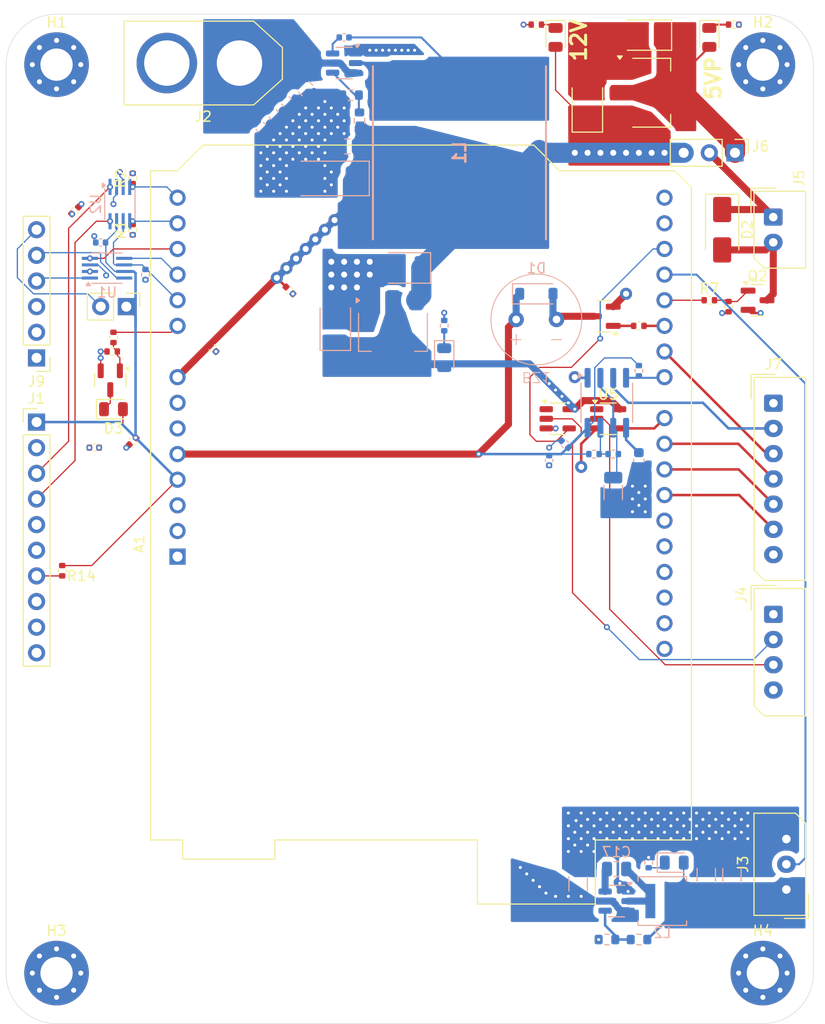
<source format=kicad_pcb>
(kicad_pcb (version 20241229) (generator "pcbnew") (generator_version "9.0")
  (layers (0 "F.Cu" signal) (4 "In1.Cu" signal) (6 "In2.Cu" signal) (2 "B.Cu" signal) (13 "F.Paste" user) (15 "B.Paste" user) (5 "F.SilkS" user "F.Silkscreen") (7 "B.SilkS" user "B.Silkscreen") (1 "F.Mask" user) (3 "B.Mask" user) (25 "Edge.Cuts" user))
  (net 0 "")
  (net 1 "/Fire_Detected_INT1")
  (net 3 "+3.3V")
  (net 4 "GND")
  (net 5 "/Water_Valve_GPO")
  (net 6 "/LED")
  (net 7 "/Piezo_PWM")
  (net 8 "/Servo_PWM")
  (net 11 "+5V")
  (net 13 "/SCL_I2C{slash}IMU_5V")
  (net 14 "/Logic_On")
  (net 16 "+12V")
  (net 17 "/Fire_Detected_INT0")
  (net 18 "/SDA_I2C{slash}IMU_5V")
  (net 19 "/HC-05_TX_5V")
  (net 24 "/HC-05_RX_5V")
  (net 25 "/GPIO_for_ARMAUX1")
  (net 26 "Net-(BZ1--)")
  (net 27 "Net-(U3-SW)")
  (net 29 "Net-(U3-CB)")
  (net 30 "+BATT")
  (net 31 "+5VP")
  (net 32 "Net-(U7-SW)")
  (net 33 "Net-(U7-VBST)")
  (net 34 "+6V")
  (net 35 "Net-(U8-THR)")
  (net 36 "Net-(U8-CV)")
  (net 37 "+5VD")
  (net 38 "Net-(D2-K)")
  (net 39 "Net-(D2-A)")
  (net 40 "Net-(D3-K)")
  (net 41 "Net-(D4-K)")
  (net 42 "Net-(D5-K)")
  (net 43 "Net-(D6-K)")
  (net 44 "Net-(D7-K)")
  (net 47 "Net-(J1-Pin_7)")
  (net 48 "/SDA_I2C{slash}IMU")
  (net 51 "/SCL_I2C{slash}IMU")
  (net 52 "/ESP32_INT1")
  (net 53 "/ESP32_INT0")
  (net 54 "/ARM_AUX1")
  (net 55 "Net-(J8-Pin_2)")
  (net 56 "/HC-05_RX_3.3V")
  (net 58 "/HC-05_TX_3.3V")
  (net 59 "Net-(Q1-B)")
  (net 60 "Net-(Q2-G)")
  (net 61 "Net-(Q3-G)")
  (net 62 "Net-(U3-FB)")
  (net 63 "Net-(U7-VFB)")
  (net 64 "Net-(U8-DIS)")
  (net 67 "/MotorControl_Throttle")
  (net 68 "/MotorControl_Yaw")
  (net 69 "/MotorControl_Pitch")
  (net 70 "/MotorControl_Roll")
  (footprint "Resistor_SMD:R_0402_1005Metric" (layer "F.Cu") (at 40.64 57.025 -90)
    (property "Reference" "R15" (hide yes))
    (property "Value" "1k")
  )
  (footprint "Resistor_SMD:R_0402_1005Metric" (layer "F.Cu") (at 99.695 53.34)
    (property "Reference" "R7")
    (property "Value" "100")
  )
  (footprint "Connector_PinHeader_2.54mm:PinHeader_1x02_P2.54mm_Vertical" (layer "F.Cu") (at 41.915 53.975 -90)
    (property "Reference" "J8" (hide yes))
    (property "Value" "EN")
  )
  (footprint "Resistor_SMD:R_0402_1005Metric" (layer "F.Cu") (at 92.71 55.88 180)
    (property "Reference" "R6" (hide yes))
    (property "Value" "2.2kOhm")
  )
  (footprint "LED_SMD:LED_0805_2012Metric" (layer "F.Cu") (at 99.695 27.305 -90)
    (property "Reference" "D7" (hide yes))
    (property "Value" "5VP_LED")
  )
  (footprint "Module:Arduino_UNO_R3" (layer "F.Cu") (at 46.99 78.74 90)
    (property "Reference" "A1")
    (property "Value" "Arduino_UNO_R3")
  )
  (footprint "Package_TO_SOT_SMD:SOT-23-5" (layer "F.Cu") (at 84.6675 65.085)
    (property "Reference" "U4" (hide yes))
    (property "Value" "74LVC1G17")
  )
  (footprint "Resistor_SMD:R_0402_1005Metric" (layer "F.Cu") (at 42.545 41.275 90)
    (property "Reference" "R2")
    (property "Value" "4.7k")
  )
  (footprint "Capacitor_SMD:C_0402_1005Metric" (layer "F.Cu") (at 36.83 44.45 45)
    (property "Reference" "C8" (hide yes))
    (property "Value" "1uF")
  )
  (footprint "Package_TO_SOT_SMD:SOT-23" (layer "F.Cu") (at 89.2325 54.93 180)
    (property "Reference" "Q1" (hide yes))
    (property "Value" "BC847")
  )
  (footprint "Connector_Molex:Molex_SPOX_5267-07A_1x07_P2.50mm_Vertical" (layer "F.Cu") (at 106.045 63.54 -90)
    (property "Reference" "J7")
    (property "Value" "FC")
  )
  (footprint "Capacitor_Tantalum_SMD:CP_EIA-3528-21_Kemet-B_Pad1.50x2.35mm_HandSolder" (layer "F.Cu") (at 93.32 27.065 180)
    (property "Reference" "C6" (hide yes))
    (property "Value" "10uF")
  )
  (footprint "LED_SMD:LED_0805_2012Metric" (layer "F.Cu") (at 84.455 27.305 -90)
    (property "Reference" "D4" (hide yes))
    (property "Value" "LED")
  )
  (footprint "MountingHole:MountingHole_3.2mm_M3_Pad_Via" (layer "F.Cu") (at 105 120)
    (property "Reference" "H4")
    (property "Value" "MP")
  )
  (footprint "MountingHole:MountingHole_3.2mm_M3_Pad_Via" (layer "F.Cu") (at 35 30)
    (property "Reference" "H1")
    (property "Value" "MP")
  )
  (footprint "Connector_PinHeader_2.54mm:PinHeader_1x10_P2.54mm_Vertical" (layer "F.Cu") (at 33.02 65.41)
    (property "Reference" "J1")
    (property "Value" "MPU9250")
  )
  (footprint "Resistor_SMD:R_0402_1005Metric" (layer "F.Cu") (at 102.11 26.035 180)
    (property "Reference" "R20" (hide yes))
    (property "Value" "560")
  )
  (footprint "Capacitor_Tantalum_SMD:CP_EIA-3528-21_Kemet-B_Pad1.50x2.35mm_HandSolder" (layer "F.Cu") (at 87.605 34.05 90)
    (property "Reference" "C5" (hide yes))
    (property "Value" "10uF")
  )
  (footprint "Resistor_SMD:R_0402_1005Metric" (layer "F.Cu") (at 101.6 53.975 -90)
    (property "Reference" "R8" (hide yes))
    (property "Value" "100k")
  )
  (footprint "Package_TO_SOT_SMD:SOT-223-3_TabPin2" (layer "F.Cu") (at 93.955 32.78)
    (property "Reference" "U6" (hide yes))
    (property "Value" "LM1117MP-5.0")
  )
  (footprint "Connector_Molex:Molex_SPOX_5267-03A_1x03_P2.50mm_Vertical" (layer "F.Cu") (at 107.33 111.72 90)
    (property "Reference" "J3")
    (property "Value" "MG-996R")
  )
  (footprint "Resistor_SMD:R_0402_1005Metric" (layer "F.Cu") (at 40.515 58.42 180)
    (property "Reference" "R16" (hide yes))
    (property "Value" "100k")
  )
  (footprint "Connector_PinHeader_2.54mm:PinHeader_1x03_P2.54mm_Vertical" (layer "F.Cu") (at 102.235 38.735 -90)
    (property "Reference" "J6")
    (property "Value" "Conn_01x03_Pin")
  )
  (footprint "Connector_PinHeader_2.54mm:PinHeader_1x06_P2.54mm_Vertical" (layer "F.Cu") (at 33.02 59.055 180)
    (property "Reference" "J9")
    (property "Value" "HC-05")
  )
  (footprint "Connector_AMASS:AMASS_XT60-M_1x02_P7.20mm_Vertical" (layer "F.Cu") (at 53.13 29.845 180)
    (property "Reference" "J2")
    (property "Value" "BATT/XT60")
  )
  (footprint "Resistor_SMD:R_0402_1005Metric" (layer "F.Cu") (at 82.55 26.035)
    (property "Reference" "R17" (hide yes))
    (property "Value" "820")
  )
  (footprint "LED_SMD:LED_0805_2012Metric" (layer "F.Cu") (at 40.64 64.135)
    (property "Reference" "D3")
    (property "Value" "LED")
  )
  (footprint "Connector_Molex:Molex_SPOX_5267-02A_1x02_P2.50mm_Vertical" (layer "F.Cu") (at 106.03 45.105 -90)
    (property "Reference" "J5")
    (property "Value" "WaterValve")
  )
  (footprint "Package_TO_SOT_SMD:SOT-23" (layer "F.Cu") (at 104.4725 53.34)
    (property "Reference" "Q2")
    (property "Value" "AO3400A")
  )
  (footprint "Capacitor_SMD:C_0402_1005Metric" (layer "F.Cu") (at 42.545 67.31 45)
    (property "Reference" "C9" (hide yes))
    (property "Value" "100nF")
  )
  (footprint "Package_TO_SOT_SMD:SOT-23-5" (layer "F.Cu") (at 89.6675 65.085)
    (property "Reference" "U5")
    (property "Value" "74LVC1G17")
  )
  (footprint "Capacitor_SMD:C_0402_1005Metric" (layer "F.Cu") (at 38.735 67.945)
    (property "Reference" "C7" (hide yes))
    (property "Value" "100nF")
  )
  (footprint "MountingHole:MountingHole_3.2mm_M3_Pad_Via" (layer "F.Cu") (at 105 30)
    (property "Reference" "H2")
    (property "Value" "MP")
  )
  (footprint "Resistor_SMD:R_0402_1005Metric" (layer "F.Cu") (at 35.56 80.135 90)
    (property "Reference" "R14")
    (property "Value" "47k")
  )
  (footprint "Capacitor_SMD:C_0402_1005Metric" (layer "F.Cu") (at 50.460589 58.080589 135)
    (property "Reference" "C12" (hide yes))
    (property "Value" "100nF")
  )
  (footprint "Resistor_SMD:R_0402_1005Metric" (layer "F.Cu") (at 42.545 46.355 90)
    (property "Reference" "R1")
    (property "Value" "4.7k")
  )
  (footprint "Capacitor_SMD:C_0402_1005Metric" (layer "F.Cu") (at 58.080589 52.365589 135)
    (property "Reference" "C11" (hide yes))
    (property "Value" "1uF")
  )
  (footprint "Package_TO_SOT_SMD:SOT-23" (layer "F.Cu") (at 40.325 61.2625 -90)
    (property "Reference" "Q3" (hide yes))
    (property "Value" "2N7002")
  )
  (footprint "Diode_SMD:D_SMA" (layer "F.Cu") (at 100.965 46.355 -90)
    (property "Reference" "D2")
    (property "Value" "SS14")
  )
  (footprint "MountingHole:MountingHole_3.2mm_M3_Pad_Via" (layer "F.Cu") (at 35 120)
    (property "Reference" "H3")
    (property "Value" "MP")
  )
  (footprint "Connector_Molex:Molex_SPOX_5267-04A_1x04_P2.50mm_Vertical" (layer "F.Cu") (at 106.045 84.455 -90)
    (property "Reference" "J4")
    (property "Value" "ESP32")
  )
  (footprint "Inductor_SMD:L_Coilcraft_XAL4030-XXX" (layer "B.Cu") (at 95.0325 112.86375)
    (property "Reference" "L2")
    (property "Value" "XAL4030-332MEB")
  )
  (footprint "Resistor_SMD:R_0603_1608Metric" (layer "B.Cu") (at 89.55 116.67375 180)
    (property "Reference" "R10" (hide yes))
    (property "Value" "10k")
  )
  (footprint "Capacitor_SMD:C_1206_3216Metric" (layer "B.Cu") (at 99.3925 110.32375 90)
    (property "Reference" "C18" (hide yes))
    (property "Value" "22uF")
  )
  (footprint "Diode_SMD:D_SOD-123" (layer "B.Cu") (at 82.55 52.705)
    (property "Reference" "D1")
    (property "Value" "1N4148W")
  )
  (footprint "Capacitor_SMD:C_0805_2012Metric" (layer "B.Cu") (at 59.69 32.385 -45)
    (property "Reference" "C3" (hide yes))
    (property "Value" "100nF")
  )
  (footprint "Capacitor_SMD:C_0603_1608Metric" (layer "B.Cu") (at 92.71 69.215 -90)
    (property "Reference" "C21" (hide yes))
    (property "Value" "10nF")
  )
  (footprint "Capacitor_SMD:C_1206_3216Metric" (layer "B.Cu") (at 90.17 72.39 -90)
    (property "Reference" "C20" (hide yes))
    (property "Value" "100nF")
  )
  (footprint "Package_SO:SSOP-8_2.95x2.8mm_P0.65mm" (layer "B.Cu") (at 41.275 43.815 -90)
    (property "Reference" "U2")
    (property "Value" "TXS0102DCT")
  )
  (footprint "Capacitor_SMD:C_1206_3216Metric" (layer "B.Cu") (at 86.6925 111.16375 90)
    (property "Reference" "C16" (hide yes))
    (property "Value" "10uF")
  )
  (footprint "Resistor_SMD:R_0603_1608Metric" (layer "B.Cu") (at 65.024 35.56 -90)
    (property "Reference" "R4" (hide yes))
    (property "Value" "422kOhm")
  )
  (footprint "NuBiHo_Lib:[GEC] G09B-5" (layer "B.Cu") (at 82.55 55.245)
    (property "Reference" "BZ1")
    (property "Value" "G09B-5")
  )
  (footprint "NuBiHo_Lib:INDPM172172X700N" (layer "B.Cu") (at 74.93 38.735 -90)
    (property "Reference" "L1")
    (property "Value" "22uH" (hide yes))
  )
  (footprint "Capacitor_SMD:C_0603_1608Metric" (layer "B.Cu") (at 55.245 36.195 -45)
    (property "Reference" "C2" (hide yes))
    (property "Value" "1uF")
  )
  (footprint "Capacitor_Tantalum_SMD:CP_EIA-3528-21_Kemet-B" (layer "B.Cu") (at 69.61 50.14 180)
    (property "Reference" "C24" (hide yes))
    (property "Value" "10uF")
  )
  (footprint "Resistor_SMD:R_0402_1005Metric" (layer "B.Cu") (at 93.6775 109.05375 -90)
    (property "Reference" "R18" (hide yes))
    (property "Value" "560")
  )
  (footprint "Resistor_SMD:R_0603_1608Metric" (layer "B.Cu") (at 64.135 33.02)
    (property "Reference" "R5" (hide yes))
    (property "Value" "22.1kOhm")
  )
  (footprint "Capacitor_SMD:C_0402_1005Metric" (layer "B.Cu") (at 63.5 27.305)
    (property "Reference" "C1" (hide yes))
    (property "Value" "100nF")
  )
  (footprint "Resistor_SMD:R_0402_1005Metric" (layer "B.Cu") (at 43.815 50.8 90)
    (property "Reference" "R3" (hide yes))
    (property "Value" "47k")
  )
  (footprint "Capacitor_SMD:C_0603_1608Metric" (layer "B.Cu") (at 57.785 33.655 -45)
    (property "Reference" "C14" (hide yes))
    (property "Value" "1uF")
  )
  (footprint "Package_SO:SOIC-8_3.9x4.9mm_P1.27mm" (layer "B.Cu") (at 89.535 63.5 -90)
    (property "Reference" "U8" (hide yes))
    (property "Value" "SE555D")
  )
  (footprint "Capacitor_SMD:C_0805_2012Metric" (layer "B.Cu") (at 63.815 38.1 180)
    (property "Reference" "C4" (hide yes))
    (property "Value" "2.2uF")
  )
  (footprint "Capacitor_Tantalum_SMD:CP_EIA-3528-21_Kemet-B" (layer "B.Cu") (at 62.625 55.855 90)
    (property "Reference" "C25" (hide yes))
    (property "Value" "10uF")
  )
  (footprint "Resistor_SMD:R_0402_1005Metric" (layer "B.Cu") (at 88.265 68.58 180)
    (property "Reference" "R11" (hide yes))
    (property "Value" "1k")
  )
  (footprint "Capacitor_Tantalum_SMD:CP_EIA-6032-28_Kemet-C" (layer "B.Cu") (at 62.23 41.275 180)
    (property "Reference" "C15" (hide yes))
    (property "Value" "10uF")
  )
  (footprint "Capacitor_SMD:C_0603_1608Metric" (layer "B.Cu") (at 56.515 34.925 -45)
    (property "Reference" "C13" (hide yes))
    (property "Value" "1uF")
  )
  (footprint "Capacitor_SMD:C_0402_1005Metric" (layer "B.Cu") (at 83.82 69.215 -90)
    (property "Reference" "C22" (hide yes))
    (property "Value" "10uF")
  )
  (footprint "Capacitor_SMD:C_0805_2012Metric" (layer "B.Cu") (at 90.5025 109.68875 180)
    (property "Reference" "C17")
    (property "Value" "100nF")
  )
  (footprint "Resistor_SMD:R_0402_1005Metric" (layer "B.Cu") (at 73.42 55.855 -90)
    (property "Reference" "R19" (hide yes))
    (property "Value" "560")
  )
  (footprint "Package_TO_SOT_SMD:SOT-223-3_TabPin2" (layer "B.Cu") (at 68.34 56.49 -90)
    (property "Reference" "U9" (hide yes))
    (property "Value" "LM1117MP-5.0")
  )
  (footprint "Resistor_SMD:R_0402_1005Metric" (layer "B.Cu") (at 92.71 60.325 -90)
    (property "Reference" "R13" (hide yes))
    (property "Value" "47k")
  )
  (footprint "LED_SMD:LED_0805_2012Metric" (layer "B.Cu") (at 96.2175 109.05375)
    (property "Reference" "D5" (hide yes))
    (property "Value" "LED")
  )
  (footprint "Package_TO_SOT_SMD:SOT-23-6" (layer "B.Cu") (at 90.5025 112.86375 180)
    (property "Reference" "U7" (hide yes))
    (property "Value" "TPS563200DDCR")
  )
  (footprint "Capacitor_SMD:C_1206_3216Metric" (layer "B.Cu") (at 101.9325 110.32375 90)
    (property "Reference" "C19" (hide yes))
    (property "Value" "22uF")
  )
  (footprint "Capacitor_SMD:C_0402_1005Metric" (layer "B.Cu") (at 39.37 47.625)
    (property "Reference" "C10" (hide yes))
    (property "Value" "1uF")
  )
  (footprint "Capacitor_SMD:C_0402_1005Metric" (layer "B.Cu") (at 85.385589 67.605589 135)
    (property "Reference" "C23" (hide yes))
    (property "Value" "100nF")
  )
  (footprint "LED_SMD:LED_0805_2012Metric" (layer "B.Cu") (at 73.42 59.03 -90)
    (property "Reference" "D6" (hide yes))
    (property "Value" "5VD_LED")
  )
  (footprint "Resistor_SMD:R_0603_1608Metric" (layer "B.Cu") (at 92.725 116.67375 180)
    (property "Reference" "R9" (hide yes))
    (property "Value" "68.1k")
  )
  (footprint "Resistor_SMD:R_0402_1005Metric" (layer "B.Cu") (at 90.17 68.58 180)
    (property "Reference" "R12" (hide yes))
    (property "Value" "4.3k")
  )
  (footprint "Package_SO:SSOP-8_2.95x2.8mm_P0.65mm" (layer "B.Cu") (at 40.005 50.165)
    (property "Reference" "U1")
    (property "Value" "TXS0102DCT")
  )
  (footprint "Package_TO_SOT_SMD:SOT-23-6" (layer "B.Cu") (at 63.5 29.845 180)
    (property "Reference" "U3" (hide yes))
    (property "Value" "LMR51430XDDCR")
  )
  (gr_arc (start 110 120) (mid 108.535534 123.535534) (end 105 125) (stroke (width 0.05)) (layer "Edge.Cuts"))
  (gr_line (start 35 25) (end 105 25) (stroke (width 0.05)) (layer "Edge.Cuts"))
  (gr_arc (start 35 125) (mid 31.464466 123.535534) (end 30 120) (stroke (width 0.05)) (layer "Edge.Cuts"))
  (gr_arc (start 30 30) (mid 31.464466 26.464466) (end 35 25) (stroke (width 0.05)) (layer "Edge.Cuts"))
  (gr_arc (start 105 25) (mid 108.535534 26.464466) (end 110 30) (stroke (width 0.05)) (layer "Edge.Cuts"))
  (gr_line (start 35 125) (end 105 125) (stroke (width 0.05)) (layer "Edge.Cuts"))
  (gr_line (start 110 30) (end 110 120) (stroke (width 0.05)) (layer "Edge.Cuts"))
  (gr_line (start 30 30) (end 30 120) (stroke (width 0.05)) (layer "Edge.Cuts"))
  (gr_text "5VP" (at 100.965 33.655 90) (layer "F.SilkS") (effects (font (size 1.5 1.5) (thickness 0.3) (bold yes)) (justify left bottom)))
  (gr_text "12V" (at 87.63 29.845 90) (layer "F.SilkS") (effects (font (size 1.5 1.5) (thickness 0.3) (bold yes)) (justify left bottom)))
  (segment (start 90.805 66.035) (end 94.235 66.035) (width 0.25) (layer "F.Cu") (net 1))
  (segment (start 94.235 66.035) (end 95.25 65.02) (width 0.25) (layer "F.Cu") (net 1))
  (segment (start 35.56 79.625) (end 38.485 79.625) (width 0.125) (layer "F.Cu") (net 3))
  (segment (start 38.485 79.625) (end 46.99 71.12) (width 0.125) (layer "F.Cu") (net 3))
  (segment (start 41.5775 65.7075) (end 42.83 66.96) (width 0.125) (layer "F.Cu") (net 3))
  (segment (start 41.5775 64.135) (end 41.5775 65.7075) (width 0.125) (layer "F.Cu") (net 3))
  (via (at 42.83 66.96) (size 0.6) (drill 0.3) (layers "F.Cu" "B.Cu") (net 3))
  (segment (start 39.8875 49.5975) (end 39.8875 47.625) (width 0.125) (layer "B.Cu") (net 3))
  (segment (start 40.78 50.49) (end 39.8875 49.5975) (width 0.125) (layer "B.Cu") (net 3))
  (segment (start 41.28 65.41) (end 33.02 65.41) (width 0.25) (layer "B.Cu") (net 3))
  (segment (start 42.83 55.88) (end 42.83 66.96) (width 0.25) (layer "B.Cu") (net 3))
  (segment (start 41.705 50.49) (end 40.78 50.49) (width 0.125) (layer "B.Cu") (net 3))
  (segment (start 42.655 50.49) (end 42.83 50.665) (width 0.25) (layer "B.Cu") (net 3))
  (segment (start 40.95 46.44) (end 40.95 45.515) (width 0.125) (layer "B.Cu") (net 3))
  (segment (start 41.915 53.975) (end 42.83 54.89) (width 0.25) (layer "B.Cu") (net 3))
  (segment (start 42.83 66.96) (end 41.28 65.41) (width 0.25) (layer "B.Cu") (net 3))
  (segment (start 42.83 50.665) (end 42.83 53.06) (width 0.25) (layer "B.Cu") (net 3))
  (segment (start 42.83 53.06) (end 42.83 55.88) (width 0.25) (layer "B.Cu") (net 3))
  (segment (start 39.8875 47.625) (end 39.8875 47.5025) (width 0.125) (layer "B.Cu") (net 3))
  (segment (start 42.83 54.89) (end 42.83 55.88) (width 0.25) (layer "B.Cu") (net 3))
  (segment (start 39.8875 47.5025) (end 40.95 46.44) (width 0.125) (layer "B.Cu") (net 3))
  (segment (start 41.705 50.49) (end 42.655 50.49) (width 0.25) (layer "B.Cu") (net 3))
  (segment (start 42.83 66.96) (end 46.99 71.12) (width 0.25) (layer "B.Cu") (net 3))
  (segment (start 83.53 66.035) (end 84.45 66.035) (width 0.125) (layer "F.Cu") (net 4))
  (segment (start 101.475 54.61) (end 101.6 54.485) (width 0.25) (layer "F.Cu") (net 4))
  (segment (start 90.17 53.975) (end 91.44 52.705) (width 0.7) (layer "F.Cu") (net 4))
  (segment (start 86.995 67.57) (end 88.53 66.035) (width 0.25) (layer "F.Cu") (net 4))
  (segment (start 90.17 53.98) (end 90.17 53.975) (width 0.7) (layer "F.Cu") (net 4))
  (segment (start 103.855 54.61) (end 103.535 54.29) (width 0.25) (layer "F.Cu") (net 4))
  (segment (start 86.995 69.85) (end 86.995 67.57) (width 0.25) (layer "F.Cu") (net 4))
  (segment (start 84.45 66.035) (end 84.455 66.04) (width 0.125) (layer "F.Cu") (net 4))
  (segment (start 104.775 54.61) (end 103.855 54.61) (width 0.25) (layer "F.Cu") (net 4))
  (segment (start 39.375 60.325) (end 39.375 59.055) (width 0.125) (layer "F.Cu") (net 4))
  (segment (start 40.005 58.42) (end 39.37 58.42) (width 0.125) (layer "F.Cu") (net 4))
  (segment (start 39.375 59.055) (end 39.375 58.425) (width 0.125) (layer "F.Cu") (net 4))
  (segment (start 39.375 58.425) (end 39.37 58.42) (width 0.125) (layer "F.Cu") (net 4))
  (segment (start 100.965 54.61) (end 101.475 54.61) (width 0.25) (layer "F.Cu") (net 4))
  (segment (start 82.04 26.035) (end 81.28 26.035) (width 0.125) (layer "F.Cu") (net 4))
  (via (at 67.31 28.575) (size 0.6) (drill 0.3) (layers "F.Cu" "B.Cu") (net 4))
  (via (at 63.5 36.83) (size 0.6) (drill 0.3) (layers "F.Cu" "B.Cu") (net 4))
  (via (at 58.42 39.37) (size 0.6) (drill 0.3) (layers "F.Cu" "B.Cu") (net 4))
  (via (at 89.535 105.41) (size 0.6) (drill 0.3) (layers "F.Cu" "B.Cu") (net 4))
  (via (at 88.9 106.045) (size 0.6) (drill 0.3) (layers "F.Cu" "B.Cu") (net 4))
  (via (at 63.5 34.29) (size 0.6) (drill 0.3) (layers "F.Cu" "B.Cu") (net 4))
  (via (at 66.04 50.8) (size 1.2) (drill 0.6) (layers "F.Cu" "B.Cu") (net 4))
  (via (at 88.725 116.67375) (size 0.6) (drill 0.3) (layers "F.Cu" "B.Cu") (net 4))
  (via (at 61.595 33.655) (size 0.6) (drill 0.3) (layers "F.Cu" "B.Cu") (net 4))
  (via (at 94.615 104.14) (size 0.6) (drill 0.3) (layers "F.Cu" "B.Cu") (net 4))
  (via (at 93.345 104.14) (size 0.6) (drill 0.3) (layers "F.Cu" "B.Cu") (net 4))
  (via (at 100.33 104.775) (size 0.6) (drill 0.3) (layers "F.Cu" "B.Cu") (net 4))
  (via (at 58.42 52.705) (size 0.6) (drill 0.3) (layers "F.Cu" "B.Cu") (net 4))
  (via (at 93.98 106.045) (size 0.6) (drill 0.3) (layers "F.Cu" "B.Cu") (net 4))
  (via (at 41.91 67.945) (size 0.6) (drill 0.3) (layers "F.Cu" "B.Cu") (net 4))
  (via (at 63.5 52.07) (size 1.2) (drill 0.6) (layers "F.Cu" "B.Cu") (net 4))
  (via (at 90.17 104.775) (size 0.6) (drill 0.3) (layers "F.Cu" "B.Cu") (net 4))
  (via (at 62.23 49.53) (size 1.2) (drill 0.6) (layers "F.Cu" "B.Cu") (net 4))
  (via (at 100.965 106.68) (size 0.6) (drill 0.3) (layers "F.Cu" "B.Cu") (net 4))
  (via (at 64.77 52.07) (size 1.2) (drill 0.6) (layers "F.Cu" "B.Cu") (net 4))
  (via (at 59.69 34.29) (size 0.6) (drill 0.3) (layers "F.Cu" "B.Cu") (net 4))
  (via (at 93.98 104.775) (size 0.6) (drill 0.3) (layers "F.Cu" "B.Cu") (net 4))
  (via (at 59.055 36.195) (size 0.6) (drill 0.3) (layers "F.Cu" "B.Cu") (net 4))
  (via (at 56.515 37.465) (size 0.6) (drill 0.3) (layers "F.Cu" "B.Cu") (net 4))
  (via (at 90.805 105.41) (size 0.6) (drill 0.3) (layers "F.Cu" "B.Cu") (net 4))
  (via (at 90.805 106.68) (size 0.6) (drill 0.3) (layers "F.Cu" "B.Cu") (net 4))
  (via (at 100.965 54.61) (size 0.6) (drill 0.3) (layers "F.Cu" "B.Cu") (net 4))
  (via (at 59.69 35.56) (size 0.6) (drill 0.3) (layers "F.Cu" "B.Cu") (net 4))
  (via (at 60.96 38.1) (size 0.6) (drill 0.3) (layers "F.Cu" "B.Cu") (net 4))
  (via (at 99.695 105.41) (size 0.6) (drill 0.3) (layers "F.Cu" "B.Cu") (net 4))
  (via (at 39.215 67.945) (size 0.6) (drill 0.3) (layers "F.Cu" "B.Cu") (net 4))
  (via (at 91.44 106.045) (size 0.6) (drill 0.3) (layers "F.Cu" "B.Cu") (net 4))
  (via (at 57.785 37.465) (size 0.6) (drill 0.3) (layers "F.Cu" "B.Cu") (net 4))
  (via (at 102.87 104.775) (size 0.6) (drill 0.3) (layers "F.Cu" "B.Cu") (net 4))
  (via (at 59.055 34.925) (size 0.6) (drill 0.3) (layers "F.Cu" "B.Cu") (net 4))
  (via (at 102.62 26.035) (size 0.6) (drill 0.3) (layers "F.Cu" "B.Cu") (net 4))
  (via (at 59.69 36.83) (size 0.6) (drill 0.3) (layers "F.Cu" "B.Cu") (net 4))
  (via (at 101.6 106.045) (size 0.6) (drill 0.3) (layers "F.Cu" "B.Cu") (net 4))
  (via (at 91.64 111.91375) (size 0.6) (drill 0.3) (layers "F.Cu" "B.Cu") (net 4))
  (via (at 92.075 104.14) (size 0.6) (drill 0.3) (layers "F.Cu" "B.Cu") (net 4))
  (via (at 69.215 28.575) (size 0.6) (drill 0.3) (layers "F.Cu" "B.Cu") (net 4))
  (via (at 62.23 40.64) (size 0.6) (drill 0.3) (layers "F.Cu" "B.Cu") (net 4))
  (via (at 55.245 42.545) (size 0.6) (drill 0.3) (layers "F.Cu" "B.Cu") (net 4))
  (via (at 59.69 39.37) (size 0.6) (drill 0.3) (layers "F.Cu" "B.Cu") (net 4))
  (via (at 61.595 36.195) (size 0.6) (drill 0.3) (layers "F.Cu" "B.Cu") (net 4))
  (via (at 62.23 35.56) (size 0.6) (drill 0.3) (layers "F.Cu" "B.Cu") (net 4))
  (via (at 56.515 41.275) (size 0.6) (drill 0.3) (layers "F.Cu" "B.Cu") (net 4))
  (via (at 69.85 28.575) (size 0.6) (drill 0.3) (layers "F.Cu" "B.Cu") (net 4))
  (via (at 97.155 104.14) (size 0.6) (drill 0.3) (layers "F.Cu" "B.Cu") (net 4))
  (via (at 98.425 105.41) (size 0.6) (drill 0.3) (layers "F.Cu" "B.Cu") (net 4))
  (via (at 55.245 38.735) (size 0.6) (drill 0.3) (layers "F.Cu" "B.Cu") (net 4))
  (via (at 62.23 41.91) (size 0.6) (drill 0.3) (layers "F.Cu" "B.Cu") (net 4))
  (via (at 86.995 106.68) (size 0.6) (drill 0.3) (layers "F.Cu" "B.Cu") (net 4))
  (via (at 57.785 40.005) (size 0.6) (drill 0.3) (layers "F.Cu" "B.Cu") (net 4))
  (via (at 62.23 52.07) (size 1.2) (drill 0.6) (layers "F.Cu" "B.Cu") (net 4))
  (via (at 90.17 106.045) (size 0.6) (drill 0.3) (layers "F.Cu" "B.Cu") (net 4))
  (via (at 60.325 37.465) (size 0.6) (drill 0.3) (layers "F.Cu" "B.Cu") (net 4))
  (via (at 97.79 106.045) (size 0.6) (drill 0.3) (layers "F.Cu" "B.Cu") (net 4))
  (via (at 97.155 105.41) (size 0.6) (drill 0.3) (layers "F.Cu" "B.Cu") (net 4))
  (via (at 88.265 107.95) (size 0.6) (drill 0.3) (layers "F.Cu" "B.Cu") (net 4))
  (via (at 103.505 105.41) (size 0.6) (drill 0.3) (layers "F.Cu" "B.Cu") (net 4))
  (via (at 103.505 104.14) (size 0.6) (drill 0.3) (layers "F.Cu" "B.Cu") (net 4))
  (via (at 39.375 59.055) (size 0.6) (drill 0.3) (layers "F.Cu" "B.Cu") (net 4))
  (via (at 58.42 38.1) (size 0.6) (drill 0.3) (layers "F.Cu" "B.Cu") (net 4))
  (via (at 92.075 106.68) (size 0.6) (drill 0.3) (layers "F.Cu" "B.Cu") (net 4))
  (via (at 62.865 34.925) (size 0.6) (drill 0.3) (layers "F.Cu" "B.Cu") (net 4))
  (via (at 90.805 104.14) (size 0.6) (drill 0.3) (layers "F.Cu" "B.Cu") (net 4))
  (via (at 93.345 105.41) (size 0.6) (drill 0.3) (layers "F.Cu" "B.Cu") (net 4))
  (via (at 62.23 50.8) (size 1.2) (drill 0.6) (layers "F.Cu" "B.Cu") (net 4))
  (via (at 63.5 49.53) (size 1.2) (drill 0.6) (layers "F.Cu" "B.Cu") (net 4))
  (via (at 92.71 104.775) (size 0.6) (drill 0.3) (layers "F.Cu" "B.Cu") (net 4))
  (via (at 92.075 71.755) (size 0.6) (drill 0.3) (layers "F.Cu" "B.Cu") (net 4))
  (via (at 86.995 104.14) (size 0.6) (drill 0.3) (layers "F.Cu" "B.Cu") (net 4))
  (via (at 94.615 106.68) (size 0.6) (drill 0.3) (layers "F.Cu" "B.Cu") (net 4))
  (via (at 61.595 34.925) (size 0.6) (drill 0.3) (layers "F.Cu" "B.Cu") (net 4))
  (via (at 103.505 106.68) (size 0.6) (drill 0.3) (layers "F.Cu" "B.Cu") (net 4))
  (via (at 60.96 34.29) (size 0.6) (drill 0.3) (layers "F.Cu" "B.Cu") (net 4))
  (via (at 61.595 41.275) (size 0.6) (drill 0.3) (layers "F.Cu" "B.Cu") (net 4))
  (via (at 104.775 54.61) (size 0.6) (drill 0.3) (layers "F.Cu" "B.Cu") (net 4))
  (via (at 59.69 38.1) (size 0.6) (drill 0.3) (layers "F.Cu" "B.Cu") (net 4))
  (via (at 88.9 104.775) (size 0.6) (drill 0.3) (layers "F.Cu" "B.Cu") (net 4))
  (via (at 95.25 104.775) (size 0.6) (drill 0.3) (layers "F.Cu" "B.Cu") (net 4))
  (via (at 86.995 105.41) (size 0.6) (drill 0.3) (layers "F.Cu" "B.Cu") (net 4))
  (via (at 68.58 28.575) (size 0.6) (drill 0.3) (layers "F.Cu" "B.Cu") (net 4))
  (via (at 62.865 36.195) (size 0.6) (drill 0.3) (layers "F.Cu" "B.Cu") (net 4))
  (via (at 56.515 38.735) (size 0.6) (drill 0.3) (layers "F.Cu" "B.Cu") (net 4))
  (via (at 99.695 104.14) (size 0.6) (drill 0.3) (layers "F.Cu" "B.Cu") (net 4))
  (via (at 86.995 69.85) (size 1.2) (drill 0.6) (layers "F.Cu" "B.Cu") (net 4))
  (via (at 91.44 52.705) (size 1.2) (drill 0.6) (layers "F.Cu" "B.Cu") (net 4))
  (via (at 93.345 71.755) (size 0.6) (drill 0.3) (layers "F.Cu" "B.Cu") (net 4))
  (via (at 96.52 104.775) (size 0.6) (drill 0.3) (layers "F.Cu" "B.Cu") (net 4))
  (via (at 92.075 105.41) (size 0.6) (drill 0.3) (layers "F.Cu" "B.Cu") (net 4))
  (via (at 92.71 106.045) (size 0.6) (drill 0.3) (layers "F.Cu" "B.Cu") (net 4))
  (via (at 61.595 37.465) (size 0.6) (drill 0.3) (layers "F.Cu" "B.Cu") (net 4))
  (via (at 85.725 106.68) (size 0.6) (drill 0.3) (layers "F.Cu" "B.Cu") (net 4))
  (via (at 60.96 35.56) (size 0.6) (drill 0.3) (layers "F.Cu" "B.Cu") (net 4))
  (via (at 97.155 106.68) (size 0.6) (drill 0.3) (layers "F.Cu" "B.Cu") (net 4))
  (via (at 58.42 35.56) (size 0.6) (drill 0.3) (layers "F.Cu" "B.Cu") (net 4))
  (via (at 64.77 49.53) (size 1.2) (drill 0.6) (layers "F.Cu" "B.Cu") (net 4))
  (via (at 100.33 106.045) (size 0.6) (drill 0.3) (layers "F.Cu" "B.Cu") (net 4))
  (via (at 57.785 42.545) (size 0.6) (drill 0.3) (layers "F.Cu" "B.Cu") (net 4))
  (via (at 101.6 104.775) (size 0.6) (drill 0.3) (layers "F.Cu" "B.Cu") (net 4))
  (via (at 100.965 104.14) (size 0.6) (drill 0.3) (layers "F.Cu" "B.Cu") (net 4))
  (via (at 55.88 40.64) (size 0.6) (drill 0.3) (layers "F.Cu" "B.Cu") (net 4))
  (via (at 67.945 28.575) (size 0.6) (drill 0.3) (layers "F.Cu" "B.Cu") (net 4))
  (via (at 86.36 60.96) (size 1.2) (drill 0.6) (layers "F.Cu" "B.Cu") (net 4))
  (via (at 39.37 58.42) (size 0.6) (drill 0.3) (layers "F.Cu" "B.Cu") (net 4))
  (via (at 96.52 106.045) (size 0.6) (drill 0.3) (layers "F.Cu" "B.Cu") (net 4))
  (via (at 81.28 26.035) (size 0.6) (drill 0.3) (layers "F.Cu" "B.Cu") (net 4))
  (via (at 61.595 40.005) (size 0.6) (drill 0.3) (layers "F.Cu" "B.Cu") (net 4))
  (via (at 43.815 51.31) (size 0.6) (drill 0.3) (layers "F.Cu" "B.Cu") (net 4))
  (via (at 57.15 38.1) (size 0.6) (drill 0.3) (layers "F.Cu" "B.Cu") (net 4))
  (via (at 86.485288 104.890496) (size 0.6) (drill 0.3) (layers "F.Cu" "B.Cu") (net 4))
  (via (at 98.425 104.14) (size 0.6) (drill 0.3) (layers "F.Cu" "B.Cu") (net 4))
  (via (at 60.325 36.195) (size 0.6) (drill 0.3) (layers "F.Cu" "B.Cu") (net 4))
  (via (at 88.265 104.14) (size 0.6) (drill 0.3) (layers "F.Cu" "B.Cu") (net 4))
  (via (at 94.615 105.41) (size 0.6) (drill 0.3) (layers "F.Cu" "B.Cu") (net 4))
  (via (at 63.5 35.56) (size 0.6) (drill 0.3) (layers "F.Cu" "B.Cu") (net 4))
  (via (at 59.055 37.465) (size 0.6) (drill 0.3) (layers "F.Cu" "B.Cu") (net 4))
  (via (at 62.23 36.83) (size 0.6) (drill 0.3) (layers "F.Cu" "B.Cu") (net 4))
  (via (at 55.88 38.1) (size 0.6) (drill 0.3) (layers "F.Cu" "B.Cu") (net 4))
  (via (at 66.04 49.53) (size 1.2) (drill 0.6) (layers "F.Cu" "B.Cu") (net 4))
  (via (at 95.25 106.045) (size 0.6) (drill 0.3) (layers "F.Cu" "B.Cu") (net 4))
  (via (at 70.485 28.575) (size 0.6) (drill 0.3) (layers "F.Cu" "B.Cu") (net 4))
  (via (at 88.265 106.68) (size 0.6) (drill 0.3) (layers "F.Cu" "B.Cu") (net 4))
  (via (at 56.515 40.005) (size 0.6) (drill 0.3) (layers "F.Cu" "B.Cu") (net 4))
  (via (at 57.785 38.735) (size 0.6) (drill 0.3) (layers "F.Cu" "B.Cu") (net 4))
  (via (at 92.075 74.295) (size 0.6) (drill 0.3) (layers "F.Cu" "B.Cu") (net 4))
  (via (at 93.6775 108.54375) (size 0.6) (drill 0.3) (layers "F.Cu" "B.Cu") (net 4))
  (via (at 86.36 107.315) (size 0.6) (drill 0.3) (layers "F.Cu" "B.Cu") (net 4))
  (via (at 60.96 39.37) (size 0.6) (drill 0.3) (layers "F.Cu" "B.Cu") (net 4))
  (via (at 89.535 106.68) (size 0.6) (drill 0.3) (layers "F.Cu" "B.Cu") (net 4))
  (via (at 95.885 105.41) (size 0.6) (drill 0.3) (layers "F.Cu" "B.Cu") (net 4))
  (via (at 84.455 66.04) (size 0.6) (drill 0.3) (layers "F.Cu" "B.Cu") (net 4))
  (via (at 50.8 58.42) (size 0.6) (drill 0.3) (layers "F.Cu" "B.Cu") (net 4))
  (via (at 100.965 105.41) (size 0.6) (drill 0.3) (layers "F.Cu" "B.Cu") (net 4))
  (via (at 56.515 42.545) (size 0.6) (drill 0.3) (layers "F.Cu" "B.Cu") (net 4))
  (via (at 88.265 105.41) (size 0.6) (drill 0.3) (layers "F.Cu" "B.Cu") (net 4))
  (via (at 66.04 28.575) (size 0.6) (drill 0.3) (layers "F.Cu" "B.Cu") (net 4))
  (via (at 91.44 104.775) (size 0.6) (drill 0.3) (layers "F.Cu" "B.Cu") (net 4))
  (via (at 83.82 69.695) (size 0.6) (drill 0.3) (layers "F.Cu" "B.Cu") (net 4))
  (via (at 40.64 43.815) (size 0.6) (drill 0.3) (layers "F.Cu" "B.Cu") (net 4))
  (via (at 60.325 38.735) (size 0.6) (drill 0.3) (layers "F.Cu" "B.Cu") (net 4))
  (via (at 102.87 106.045) (size 0.6) (drill 0.3) (layers "F.Cu" "B.Cu") (net 4))
  (via (at 99.06 106.045) (size 0.6) (drill 0.3) (layers "F.Cu" "B.Cu") (net 4))
  (via (at 62.23 34.29) (size 0.6) (drill 0.3) (layers "F.Cu" "B.Cu") (net 4))
  (via (at 99.695 106.68) (size 0.6) (drill 0.3) (layers "F.Cu" "B.Cu") (net 4))
  (via (at 73.42 54.585) (size 0.6) (drill 0.3) (layers "F.Cu" "B.Cu") (net 4))
  (via (at 55.245 40.005) (size 0.6) (drill 0.3) (layers "F.Cu" "B.Cu") (net 4))
  (via (at 60.325 34.925) (size 0.6) (drill 0.3) (layers "F.Cu" "B.Cu") (net 4))
  (via (at 60.96 36.83) (size 0.6) (drill 0.3) (layers "F.Cu" "B.Cu") (net 4))
  (via (at 83.82 67.945) (size 0.6) (drill 0.3) (layers "F.Cu" "B.Cu") (net 4))
  (via (at 86.36 106.045) (size 0.6) (drill 0.3) (layers "F.Cu" "B.Cu") (net 4))
  (via (at 87.63 104.775) (size 0.6) (drill 0.3) (layers "F.Cu" "B.Cu") (net 4))
  (via (at 90.828125 111.101875) (size 0.6) (drill 0.3) (layers "F.Cu" "B.Cu") (net 4))
  (via (at 57.15 40.64) (size 0.6) (drill 0.3) (layers "F.Cu" "B.Cu") (net 4))
  (via (at 38.305 50.49) (size 0.6) (drill 0.3) (layers "F.Cu" "B.Cu") (net 4))
  (via (at 95.885 106.68) (size 0.6) (drill 0.3) (layers "F.Cu" "B.Cu") (net 4))
  (via (at 57.15 36.83) (size 0.6) (drill 0.3) (layers "F.Cu" "B.Cu") (net 4))
  (via (at 37.465 43.815) (size 0.6) (drill 0.3) (layers "F.Cu" "B.Cu") (net 4))
  (via (at 61.595 38.735) (size 0.6) (drill 0.3) (layers "F.Cu" "B.Cu") (net 4))
  (via (at 102.235 104.14) (size 0.6) (drill 0.3) (layers "F.Cu" "B.Cu") (net 4))
  (via (at 93.345 106.68) (size 0.6) (drill 0.3) (layers "F.Cu" "B.Cu") (net 4))
  (via (at 61.595 42.545) (size 0.6) (drill 0.3) (layers "F.Cu" "B.Cu") (net 4))
  (via (at 63.5 50.8) (size 1.2) (drill 0.6) (layers "F.Cu" "B.Cu") (net 4))
  (via (at 55.245 41.275) (size 0.6) (drill 0.3) (layers "F.Cu" "B.Cu") (net 4))
  (via (at 93.345 74.295) (size 0.6) (drill 0.3) (layers "F.Cu" "B.Cu") (net 4))
  (via (at 98.425 106.68) (size 0.6) (drill 0.3) (layers "F.Cu" "B.Cu") (net 4))
  (via (at 89.535 104.14) (size 0.6) (drill 0.3) (layers "F.Cu" "B.Cu") (net 4))
  (via (at 95.885 104.14) (size 0.6) (drill 0.3) (layers "F.Cu" "B.Cu") (net 4))
  (via (at 87.63 106.045) (size 0.6) (drill 0.3) (layers "F.Cu" "B.Cu") (net 4))
  (via (at 92.71 73.66) (size 0.6) (drill 0.3) (layers "F.Cu" "B.Cu") (net 4))
  (via (at 92.075 73.025) (size 0.6) (drill 0.3) (layers "F.Cu" "B.Cu") (net 4))
  (via (at 102.235 106.68) (size 0.6) (drill 0.3) (layers "F.Cu" "B.Cu") (net 4))
  (via (at 93.345 73.025) (size 0.6) (drill 0.3) (layers "F.Cu" "B.Cu") (net 4))
  (via (at 57.15 39.37) (size 0.6) (drill 0.3) (layers "F.Cu" "B.Cu") (net 4))
  (via (at 57.785 41.275) (size 0.6) (drill 0.3) (layers "F.Cu" "B.Cu") (net 4))
  (via (at 99.06 104.775) (size 0.6) (drill 0.3) (layers "F.Cu" "B.Cu") (net 4))
  (via (at 58.42 36.83) (size 0.6) (drill 0.3) (layers "F.Cu" "B.Cu") (net 4))
  (via (at 85.725 105.41) (size 0.6) (drill 0.3) (layers "F.Cu" "B.Cu") (net 4))
  (via (at 92.71 72.39) (size 0.6) (drill 0.3) (layers "F.Cu" "B.Cu") (net 4))
  (via (at 102.235 105.41) (size 0.6) (drill 0.3) (layers "F.Cu" "B.Cu") (net 4))
  (via (at 55.88 39.37) (size 0.6) (drill 0.3) (layers "F.Cu" "B.Cu") (net 4))
  (via (at 59.055 38.735) (size 0.6) (drill 0.3) (layers "F.Cu" "B.Cu") (net 4))
  (via (at 85.725 104.14) (size 0.6) (drill 0.3) (layers "F.Cu" "B.Cu") (net 4))
  (via (at 57.15 41.91) (size 0.6) (drill 0.3) (layers "F.Cu" "B.Cu") (net 4))
  (via (at 87.63 107.315) (size 0.6) (drill 0.3) (layers "F.Cu" "B.Cu") (net 4))
  (via (at 55.88 41.91) (size 0.6) (drill 0.3) (layers "F.Cu" "B.Cu") (net 4))
  (via (at 97.79 104.775) (size 0.6) (drill 0.3) (layers "F.Cu" "B.Cu") (net 4))
  (via (at 86.995 107.95) (size 0.6) (drill 0.3) (layers "F.Cu" "B.Cu") (net 4))
  (via (at 66.675 28.575) (size 0.6) (drill 0.3) (layers "F.Cu" "B.Cu") (net 4))
  (via (at 38.735 46.99) (size 0.6) (drill 0.3) (layers "F.Cu" "B.Cu") (net 4))
  (via (at 64.77 50.8) (size 1.2) (drill 0.6) (layers "F.Cu" "B.Cu") (net 4))
  (via (at 85.725 107.95) (size 0.6) (drill 0.3) (layers "F.Cu" "B.Cu") (net 4))
  (via (at 57.785 36.195) (size 0.6) (drill 0.3) (layers "F.Cu" "B.Cu") (net 4))
  (segment (start 90.17 107.315) (end 87.79625 109.68875) (width 0.25) (layer "B.Cu") (net 4))
  (segment (start 86.425 61.025) (end 86.36 60.96) (width 0.25) (layer "B.Cu") (net 4))
  (segment (start 90.6275 107.7725) (end 90.17 107.315) (width 0.25) (layer "B.Cu") (net 4))
  (segment (start 83.82 67.945) (end 84.498822 67.266178) (width 0.125) (layer "B.Cu") (net 4))
  (segment (start 38.735 47.47) (end 38.89 47.625) (width 0.125) (layer "B.Cu") (net 4))
  (segment (start 87.79625 109.68875) (end 86.6925 109.68875) (width 0.25) (layer "B.Cu") (net 4))
  (segment (start 73.42 55.345) (end 73.42 54.585) (width 0.2) (layer "B.Cu") (net 4))
  (segment (start 40.64 43.815) (end 40.64 43.18) (width 0.125) (layer "B.Cu") (net 4))
  (segment (start 90.6275 110.90125) (end 90.6275 107.7725) (width 0.25) (layer "B.Cu") (net 4))
  (segment (start 87.63 61.025) (end 86.425 61.025) (width 0.25) (layer "B.Cu") (net 4))
  (segment (start 40.64 43.18) (end 40.95 42.87) (width 0.125) (layer "B.Cu") (net 4))
  (segment (start 90.828125 111.101875) (end 90.6275 110.90125) (width 0.25) (layer "B.Cu") (net 4))
  (segment (start 91.64 111.91375) (end 91.463125 111.736875) (width 0.25) (layer "B.Cu") (net 4))
  (segment (start 40.95 42.87) (end 40.95 42.115) (width 0.125) (layer "B.Cu") (net 4))
  (segment (start 38.735 46.99) (end 38.735 47.47) (width 0.125) (layer "B.Cu") (net 4))
  (segment (start 91.463125 111.736875) (end 90.828125 111.101875) (width 0.25) (layer "B.Cu") (net 4))
  (segment (start 84.498822 67.266178) (end 85.046178 67.266178) (width 0.125) (layer "B.Cu") (net 4))
  (segment (start 95.25 53.34) (end 99.185 53.34) (width 0.125) (layer "F.Cu") (net 5))
  (segment (start 40.64 56.515) (end 46.355 56.515) (width 0.125) (layer "F.Cu") (net 6))
  (segment (start 46.355 56.515) (end 46.99 55.88) (width 0.125) (layer "F.Cu") (net 6))
  (segment (start 93.22 55.88) (end 95.25 55.88) (width 0.25) (layer "F.Cu") (net 7))
  (segment (start 95.25 50.8) (end 98.425 50.8) (width 0.2) (layer "B.Cu") (net 8))
  (segment (start 108.585 109.22) (end 107.33 109.22) (width 0.2) (layer "B.Cu") (net 8))
  (segment (start 109.22 108.585) (end 108.585 109.22) (width 0.2) (layer "B.Cu") (net 8))
  (segment (start 109.22 61.595) (end 109.22 108.585) (width 0.2) (layer "B.Cu") (net 8))
  (segment (start 98.425 50.8) (end 109.22 61.595) (width 0.2) (layer "B.Cu") (net 8))
  (segment (start 76.835 68.58) (end 79.788001 65.626999) (width 0.7) (layer "F.Cu") (net 11))
  (segment (start 79.788001 65.626999) (end 79.788001 56.006999) (width 0.7) (layer "F.Cu") (net 11))
  (segment (start 76.835 68.58) (end 46.99 68.58) (width 0.7) (layer "F.Cu") (net 11))
  (segment (start 79.788001 56.006999) (end 80.55 55.245) (width 0.7) (layer "F.Cu") (net 11))
  (via (at 38.255 67.945) (size 0.6) (drill 0.3) (layers "F.Cu" "B.Cu") (net 11))
  (via (at 36.541124 44.796124) (size 0.6) (drill 0.3) (layers "F.Cu" "B.Cu") (net 11))
  (via (at 39.919942 50.885058) (size 0.6) (drill 0.3) (layers "F.Cu" "B.Cu") (net 11))
  (via (at 42.545 46.865) (size 0.6) (drill 0.3) (layers "F.Cu" "B.Cu") (net 11))
  (via (at 42.545 40.765) (size 0.6) (drill 0.3) (layers "F.Cu" "B.Cu") (net 11))
  (via (at 41.275 40.64) (size 0.6) (drill 0.3) (layers "F.Cu" "B.Cu") (net 11))
  (via (at 76.835 68.58) (size 0.6) (drill 0.3) (layers "F.Cu" "B.Cu") (net 11))
  (segment (start 87.63 65.975) (end 88.3375 65.2675) (width 0.125) (layer "B.Cu") (net 11))
  (segment (start 88.3375 65.2675) (end 88.3375 60.02498) (width 0.125) (layer "B.Cu") (net 11))
  (segment (start 87.63 65.975) (end 85.025 68.58) (width 0.25) (layer "B.Cu") (net 11))
  (segment (start 91.95 59.055) (end 92.71 59.815) (width 0.125) (layer "B.Cu") (net 11))
  (segment (start 41.275 40.64) (end 41.275 41.0525) (width 0.125) (layer "B.Cu") (net 11))
  (segment (start 76.835 68.58) (end 85.025 68.58) (width 0.25) (layer "B.Cu") (net 11))
  (segment (start 85.025 68.58) (end 87.755 68.58) (width 0.125) (layer "B.Cu") (net 11))
  (segment (start 38.305 49.84) (end 39.13 49.84) (width 0.125) (layer "B.Cu") (net 11))
  (segment (start 80.55 55.245) (end 80.55 53.055) (width 0.7) (layer "B.Cu") (net 11))
  (segment (start 80.55 53.055) (end 80.9 52.705) (width 0.7) (layer "B.Cu") (net 11))
  (segment (start 39.13 49.84) (end 39.919942 50.629942) (width 0.125) (layer "B.Cu") (net 11))
  (segment (start 41.6 41.3775) (end 41.6 42.115) (width 0.125) (layer "B.Cu") (net 11))
  (segment (start 41.275 41.0525) (end 41.6 41.3775) (width 0.125) (layer "B.Cu") (net 11))
  (segment (start 89.30748 59.055) (end 91.95 59.055) (width 0.125) (layer "B.Cu") (net 11))
  (segment (start 88.3375 60.02498) (end 89.30748 59.055) (width 0.125) (layer "B.Cu") (net 11))
  (segment (start 39.919942 50.629942) (end 39.919942 50.885058) (width 0.125) (layer "B.Cu") (net 11))
  (via (at 42.545 42.115) (size 0.6) (drill 0.3) (layers "F.Cu" "B.Cu") (net 13))
  (segment (start 42.545 42.115) (end 45.925 42.115) (width 0.125) (layer "B.Cu") (net 13))
  (segment (start 45.925 42.115) (end 46.99 43.18) (width 0.125) (layer "B.Cu") (net 13))
  (segment (start 42.25 42.115) (end 42.545 42.115) (width 0.125) (layer "B.Cu") (net 13))
  (segment (start 41.6 46.665) (end 40.6425 47.6225) (width 0.125) (layer "B.Cu") (net 14))
  (segment (start 43.49 49.84) (end 46.99 53.34) (width 0.125) (layer "B.Cu") (net 14))
  (segment (start 40.6425 49.7025) (end 40.78 49.84) (width 0.125) (layer "B.Cu") (net 14))
  (segment (start 40.78 49.84) (end 41.705 49.84) (width 0.125) (layer "B.Cu") (net 14))
  (segment (start 41.6 45.515) (end 41.6 46.665) (width 0.125) (layer "B.Cu") (net 14))
  (segment (start 40.6425 47.6225) (end 40.6425 49.7025) (width 0.125) (layer "B.Cu") (net 14))
  (segment (start 41.705 49.84) (end 43.49 49.84) (width 0.125) (layer "B.Cu") (net 14))
  (segment (start 46.99 60.96) (end 56.8325 51.1175) (width 0.7) (layer "F.Cu") (net 16))
  (segment (start 59.69 48.26) (end 60.6425 47.3075) (width 0.7) (layer "F.Cu") (net 16))
  (segment (start 61.595 46.355) (end 62.23 45.72) (width 0.7) (layer "F.Cu") (net 16))
  (segment (start 60.6425 47.3075) (end 61.595 46.355) (width 0.7) (layer "F.Cu") (net 16))
  (segment (start 58.7375 49.2125) (end 59.69 48.26) (width 0.7) (layer "F.Cu") (net 16))
  (segment (start 57.785 50.165) (end 58.7375 49.2125) (width 0.7) (layer "F.Cu") (net 16))
  (segment (start 84.455 32.525) (end 87.605 35.675) (width 0.125) (layer "F.Cu") (net 16))
  (segment (start 56.8325 51.1175) (end 57.785 50.165) (width 0.7) (layer "F.Cu") (net 16))
  (segment (start 57.741178 52.026178) (end 56.8325 51.1175) (width 0.25) (layer "F.Cu") (net 16))
  (segment (start 84.455 28.2425) (end 84.455 32.525) (width 0.125) (layer "F.Cu") (net 16))
  (via (at 90.17 38.735) (size 1.2) (drill 0.6) (layers "F.Cu" "B.Cu") (net 16))
  (via (at 62.5475 45.4025) (size 1.2) (drill 0.6) (layers "F.Cu" "B.Cu") (net 16))
  (via (at 57.785 50.165) (size 1.2) (drill 0.6) (layers "F.Cu" "B.Cu") (net 16))
  (via (at 60.6425 47.3075) (size 1.2) (drill 0.6) (layers "F.Cu" "B.Cu") (net 16))
  (via (at 86.36 38.735) (size 1.2) (drill 0.6) (layers "F.Cu" "B.Cu") (net 16))
  (via (at 56.8325 51.1175) (size 1.2) (drill 0.6) (layers "F.Cu" "B.Cu") (net 16))
  (via (at 88.9 38.735) (size 1.2) (drill 0.6) (layers "F.Cu" "B.Cu") (net 16))
  (via (at 92.71 38.735) (size 1.2) (drill 0.6) (layers "F.Cu" "B.Cu") (net 16))
  (via (at 93.98 38.735) (size 1.2) (drill 0.6) (layers "F.Cu" "B.Cu") (net 16))
  (via (at 58.7375 49.2125) (size 1.2) (drill 0.6) (layers "F.Cu" "B.Cu") (net 16))
  (via (at 95.25 38.735) (size 1.2) (drill 0.6) (layers "F.Cu" "B.Cu") (net 16))
  (via (at 91.44 38.735) (size 1.2) (drill 0.6) (layers "F.Cu" "B.Cu") (net 16))
  (via (at 87.63 38.735) (size 1.2) (drill 0.6) (layers "F.Cu" "B.Cu") (net 16))
  (via (at 61.595 46.355) (size 1.2) (drill 0.6) (layers "F.Cu" "B.Cu") (net 16))
  (via (at 59.69 48.26) (size 1.2) (drill 0.6) (layers "F.Cu" "B.Cu") (net 16))
  (segment (start 82.83 38.485) (end 82.83 38.455) (width 2) (layer "B.Cu") (net 16))
  (segment (start 63.5 44.45) (end 56.8325 51.1175) (width 0.7) (layer "B.Cu") (net 16))
  (segment (start 92.71 38.735) (end 93.98 38.735) (width 2) (layer "B.Cu") (net 16))
  (segment (start 82.58 38.735) (end 82.83 38.485) (width 2) (layer "B.Cu") (net 16))
  (segment (start 71.1475 50.14) (end 71.1475 52.8325) (width 2) (layer "B.Cu") (net 16))
  (segment (start 82.58 38.735) (end 85.09 38.735) (width 2) (layer "B.Cu") (net 16))
  (segment (start 64.6925 41.275) (end 64.6925 43.2575) (width 0.7) (layer "B.Cu") (net 16))
  (segment (start 90.805 38.735) (end 91.44 38.735) (width 2) (layer "B.Cu") (net 16))
  (segment (start 62.865 45.085) (end 62.5475 45.4025) (width 0.7) (layer "B.Cu") (net 16))
  (segment (start 71.1475 50.14) (end 71.175 50.14) (width 2) (layer "B.Cu") (net 16))
  (segment (start 71.175 50.14) (end 74.93 46.385) (width 2) (layer "B.Cu") (net 16))
  (segment (start 63.5 44.45) (end 62.865 45.085) (width 0.7) (layer "B.Cu") (net 16))
  (segment (start 95.25 38.735) (end 97.155 38.735) (width 2) (layer "B.Cu") (net 16))
  (segment (start 90.17 38.735) (end 90.805 38.735) (width 2) (layer "B.Cu") (net 16))
  (segment (start 91.44 38.735) (end 92.71 38.735) (width 2) (layer "B.Cu") (net 16))
  (segment (start 93.98 38.735) (end 95.25 38.735) (width 2) (layer "B.Cu") (net 16))
  (segment (start 74.93 46.385) (end 82.58 38.735) (width 2) (layer "B.Cu") (net 16))
  (segment (start 88.9 38.735) (end 90.17 38.735) (width 2) (layer "B.Cu") (net 16))
  (segment (start 62.5475 45.4025) (end 62.23 45.72) (width 0.7) (layer "B.Cu") (net 16))
  (segment (start 87.63 38.735) (end 88.9 38.735) (width 2) (layer "B.Cu") (net 16))
  (segment (start 64.6925 43.2575) (end 63.5 44.45) (width 0.7) (layer "B.Cu") (net 16))
  (segment (start 86.36 38.735) (end 87.63 38.735) (width 2) (layer "B.Cu") (net 16))
  (segment (start 85.09 38.735) (end 86.36 38.735) (width 2) (layer "B.Cu") (net 16))
  (segment (start 62.865 45.085) (end 59.69 48.26) (width 0.7) (layer "B.Cu") (net 16))
  (segment (start 71.1475 52.8325) (end 70.64 53.34) (width 2) (layer "B.Cu") (net 16))
  (segment (start 84.53 67.31) (end 85.805 66.035) (width 0.125) (layer "F.Cu") (net 17))
  (segment (start 81.915 60.96) (end 81.915 66.675) (width 0.125) (layer "F.Cu") (net 17))
  (segment (start 88.880926 57.130926) (end 86.023426 59.988426) (width 0.125) (layer "F.Cu") (net 17))
  (segment (start 82.55 67.31) (end 84.53 67.31) (width 0.125) (layer "F.Cu") (net 17))
  (segment (start 81.915 66.675) (end 82.55 67.31) (width 0.125) (layer "F.Cu") (net 17))
  (segment (start 82.886574 59.988426) (end 81.915 60.96) (width 0.125) (layer "F.Cu") (net 17))
  (segment (start 86.023426 59.988426) (end 82.886574 59.988426) (width 0.125) (layer "F.Cu") (net 17))
  (via (at 88.880926 57.130926) (size 0.6) (drill 0.3) (layers "F.Cu" "B.Cu") (net 17))
  (segment (start 88.880926 57.130926) (end 88.880926 53.497704) (width 0.125) (layer "B.Cu") (net 17))
  (segment (start 88.880926 53.497704) (end 94.11863 48.26) (width 0.125) (layer "B.Cu") (net 17))
  (segment (start 94.11863 48.26) (end 95.25 48.26) (width 0.125) (layer "B.Cu") (net 17))
  (via (at 42.545 45.515) (size 0.6) (drill 0.3) (layers "F.Cu" "B.Cu") (net 18))
  (segment (start 42.25 45.515) (end 42.545 45.515) (width 0.125) (layer "B.Cu") (net 18))
  (segment (start 42.545 45.515) (end 46.785 45.515) (width 0.125) (layer "B.Cu") (net 18))
  (segment (start 46.785 45.515) (end 46.99 45.72) (width 0.125) (layer "B.Cu") (net 18))
  (segment (start 39.71 49.19) (end 40.64 48.26) (width 0.125) (layer "F.Cu") (net 19))
  (segment (start 40.64 48.26) (end 46.99 48.26) (width 0.125) (layer "F.Cu") (net 19))
  (segment (start 38.305 49.19) (end 39.71 49.19) (width 0.125) (layer "F.Cu") (net 19))
  (via (at 38.305 49.19) (size 0.6) (drill 0.3) (layers "F.Cu" "B.Cu") (net 19))
  (segment (start 45.38 49.19) (end 46.99 50.8) (width 0.125) (layer "B.Cu") (net 24))
  (segment (start 41.705 49.19) (end 45.38 49.19) (width 0.125) (layer "B.Cu") (net 24))
  (segment (start 95.185 61.025) (end 95.25 60.96) (width 0.2) (layer "B.Cu") (net 25))
  (segment (start 91.44 61.025) (end 95.185 61.025) (width 0.2) (layer "B.Cu") (net 25))
  (segment (start 84.865 54.93) (end 84.55 55.245) (width 0.7) (layer "F.Cu") (net 26))
  (segment (start 88.295 54.93) (end 84.865 54.93) (width 0.7) (layer "F.Cu") (net 26))
  (segment (start 84.2 52.705) (end 84.2 54.895) (width 0.7) (layer "B.Cu") (net 26))
  (segment (start 84.2 54.895) (end 84.55 55.245) (width 0.7) (layer "B.Cu") (net 26))
  (segment (start 63.98 27.305) (end 71.15 27.305) (width 0.2) (layer "B.Cu") (net 27))
  (segment (start 71.15 27.305) (end 74.93 31.085) (width 0.2) (layer "B.Cu") (net 27))
  (segment (start 62.3625 28.895) (end 62.3625 27.9625) (width 0.2) (layer "B.Cu") (net 29))
  (segment (start 62.3625 27.9625) (end 63.02 27.305) (width 0.2) (layer "B.Cu") (net 29))
  (via (at 82.8675 111.4425) (size 0.6) (drill 0.3) (layers "F.Cu" "B.Cu") (net 30))
  (via (at 86.995 112.395) (size 0.6) (drill 0.3) (layers "F.Cu" "B.Cu") (net 30))
  (via (at 80.9625 109.5375) (size 0.6) (drill 0.3) (layers "F.Cu" "B.Cu") (net 30))
  (via (at 83.5025 112.0775) (size 0.6) (drill 0.3) (layers "F.Cu" "B.Cu") (net 30))
  (via (at 82.2325 110.8075) (size 0.6) (drill 0.3) (layers "F.Cu" "B.Cu") (net 30))
  (via (at 81.5975 110.1725) (size 0.6) (drill 0.3) (layers "F.Cu" "B.Cu") (net 30))
  (via (at 85.725 112.395) (size 0.6) (drill 0.3) (layers "F.Cu" "B.Cu") (net 30))
  (via (at 84.455 112.395) (size 0.6) (drill 0.3) (layers "F.Cu" "B.Cu") (net 30))
  (segment (start 62.3625 29.845) (end 62.865 29.845) (width 0.7) (layer "B.Cu") (net 30))
  (segment (start 90.071606 112.86375) (end 90.4275 113.219644) (width 0.7) (layer "B.Cu") (net 30))
  (segment (start 62.3625 29.845) (end 63.069106 29.845) (width 0.7) (layer "B.Cu") (net 30))
  (segment (start 86.9175 112.86375) (end 86.6925 112.63875) (width 0.7) (layer "B.Cu") (net 30))
  (segment (start 59.69 29.845) (end 62.865 29.845) (width 0.7) (layer "B.Cu") (net 30))
  (segment (start 91.64 113.81375) (end 90.703408 113.81375) (width 0.25) (layer "B.Cu") (net 30))
  (segment (start 89.753408 112.86375) (end 89.365 112.86375) (width 0.25) (layer "B.Cu") (net 30))
  (segment (start 64.6375 30.795) (end 63.930894 30.795) (width 0.7) (layer "B.Cu") (net 30))
  (segment (start 90.703408 113.81375) (end 89.753408 112.86375) (width 0.25) (layer "B.Cu") (net 30))
  (segment (start 89.365 112.86375) (end 90.071606 112.86375) (width 0.7) (layer "B.Cu") (net 30))
  (segment (start 90.933394 113.81375) (end 90.5775 113.457856) (width 0.7) (layer "B.Cu") (net 30))
  (segment (start 63.069106 29.845) (end 63.425 30.200894) (width 0.7) (layer "B.Cu") (net 30))
  (segment (start 63.930894 30.795) (end 63.575 30.439106) (width 0.7) (layer "B.Cu") (net 30))
  (segment (start 91.64 113.81375) (end 90.933394 113.81375) (width 0.7) (layer "B.Cu") (net 30))
  (segment (start 89.365 112.86375) (end 86.9175 112.86375) (width 0.7) (layer "B.Cu") (net 30))
  (segment (start 102.235 37.91) (end 97.105 32.78) (width 2) (layer "F.Cu") (net 31))
  (segment (start 102.235 38.735) (end 102.235 37.91) (width 2) (layer "F.Cu") (net 31))
  (segment (start 97.105 30.8325) (end 99.695 28.2425) (width 0.2) (layer "F.Cu") (net 31))
  (segment (start 97.105 32.78) (end 97.105 30.8325) (width 0.2) (layer "F.Cu") (net 31))
  (segment (start 97.4325 33.1075) (end 97.105 32.78) (width 0.2) (layer "F.Cu") (net 31))
  (segment (start 93.8475 112.08375) (end 93.8475 112.86375) (width 0.7) (layer "B.Cu") (net 32))
  (segment (start 91.4525 109.68875) (end 93.8475 112.08375) (width 0.7) (layer "B.Cu") (net 32))
  (segment (start 91.64 112.86375) (end 93.8475 112.86375) (width 0.7) (layer "B.Cu") (net 32))
  (segment (start 89.365 111.91375) (end 89.365 109.87625) (width 0.7) (layer "B.Cu") (net 33))
  (segment (start 89.365 109.87625) (end 89.5525 109.68875) (width 0.7) (layer "B.Cu") (net 33))
  (segment (start 96.2175 112.86375) (end 96.2175 114.00625) (width 0.25) (layer "B.Cu") (net 34))
  (segment (start 97.155 111.92625) (end 96.2175 112.86375) (width 0.125) (layer "B.Cu") (net 34))
  (segment (start 96.2175 114.00625) (end 93.55 116.67375) (width 0.25) (layer "B.Cu") (net 34))
  (segment (start 97.155 109.05375) (end 97.155 111.92625) (width 0.125) (layer "B.Cu") (net 34))
  (segment (start 90.17 63.269999) (end 90.17 65.975) (width 0.2) (layer "B.Cu") (net 35))
  (segment (start 90.17 65.975) (end 90.52 66.325) (width 0.125) (layer "B.Cu") (net 35))
  (segment (start 88.9 61.025) (end 88.9 61.999999) (width 0.2) (layer "B.Cu") (net 35))
  (segment (start 90.52 70.565) (end 90.17 70.915) (width 0.125) (layer "B.Cu") (net 35))
  (segment (start 90.52 66.325) (end 90.52 70.565) (width 0.125) (layer "B.Cu") (net 35))
  (segment (start 88.9 61.999999) (end 90.17 63.269999) (width 0.2) (layer "B.Cu") (net 35))
  (segment (start 91.44 67.17) (end 92.71 68.44) (width 0.25) (layer "B.Cu") (net 36))
  (segment (start 91.44 65.975) (end 91.44 67.17) (width 0.25) (layer "B.Cu") (net 36))
  (segment (start 89.955 63.285) (end 90.805 64.135) (width 0.7) (layer "F.Cu") (net 37))
  (segment (start 87.21 63.285) (end 89.955 63.285) (width 0.7) (layer "F.Cu") (net 37))
  (segment (start 86.36 64.135) (end 87.21 63.285) (width 0.7) (layer "F.Cu") (net 37))
  (via (at 83.82 61.595) (size 0.6) (drill 0.3) (layers "F.Cu" "B.Cu") (net 37))
  (via (at 84.455 62.23) (size 0.6) (drill 0.3) (layers "F.Cu" "B.Cu") (net 37))
  (via (at 85.725 63.5) (size 0.6) (drill 0.3) (layers "F.Cu" "B.Cu") (net 37))
  (via (at 85.09 62.865) (size 0.6) (drill 0.3) (layers "F.Cu" "B.Cu") (net 37))
  (via (at 86.36 64.135) (size 0.6) (drill 0.3) (layers "F.Cu" "B.Cu") (net 37))
  (segment (start 73.42 59.9675) (end 68.6675 59.9675) (width 0.2) (layer "B.Cu") (net 37))
  (segment (start 84.455 62.23) (end 85.09 62.865) (width 0.7) (layer "B.Cu") (net 37))
  (segment (start 68.6675 59.9675) (end 68.34 59.64) (width 0.2) (layer "B.Cu") (net 37))
  (segment (start 85.09 62.865) (end 85.725 63.5) (width 0.7) (layer "B.Cu") (net 37))
  (segment (start 85.725 63.5) (end 86.36 64.135) (width 0.7) (layer "B.Cu") (net 37))
  (segment (start 83.82 61.595) (end 81.865 59.64) (width 0.7) (layer "B.Cu") (net 37))
  (segment (start 84.455 62.23) (end 83.82 61.595) (width 0.7) (layer "B.Cu") (net 37))
  (segment (start 81.865 59.64) (end 68.34 59.64) (width 0.7) (layer "B.Cu") (net 37))
  (segment (start 99.695 38.735) (end 106.03 45.07) (width 0.7) (layer "F.Cu") (net 38))
  (segment (start 106.03 45.07) (end 106.03 45.105) (width 0.7) (layer "F.Cu") (net 38))
  (segment (start 105.28 44.355) (end 106.03 45.105) (width 0.7) (layer "F.Cu") (net 38))
  (segment (start 100.965 44.355) (end 105.28 44.355) (width 0.7) (layer "F.Cu") (net 38))
  (segment (start 106.03 52.72) (end 105.41 53.34) (width 0.7) (layer "F.Cu") (net 39))
  (segment (start 105.28 48.355) (end 106.03 47.605) (width 0.7) (layer "F.Cu") (net 39))
  (segment (start 106.03 47.605) (end 106.03 52.72) (width 0.7) (layer "F.Cu") (net 39))
  (segment (start 100.965 48.355) (end 105.28 48.355) (width 0.7) (layer "F.Cu") (net 39))
  (segment (start 40.325 62.2) (end 40.325 63.5125) (width 0.125) (layer "F.Cu") (net 40))
  (segment (start 40.325 63.5125) (end 39.7025 64.135) (width 0.125) (layer "F.Cu") (net 40))
  (segment (start 84.1225 26.035) (end 84.455 26.3675) (width 0.125) (layer "F.Cu") (net 41))
  (segment (start 83.06 26.035) (end 84.1225 26.035) (width 0.125) (layer "F.Cu") (net 41))
  (segment (start 94.77 109.56375) (end 93.6775 109.56375) (width 0.125) (layer "B.Cu") (net 42))
  (segment (start 95.28 109.05375) (end 94.77 109.56375) (width 0.125) (layer "B.Cu") (net 42))
  (segment (start 73.42 58.0925) (end 73.42 56.365) (width 0.2) (layer "B.Cu") (net 43))
  (segment (start 99.8725 26.035) (end 101.6 26.035) (width 0.2) (layer "F.Cu") (net 44))
  (segment (start 33.02 80.65) (end 35.555 80.65) (width 0.125) (layer "F.Cu") (net 47))
  (segment (start 35.555 80.65) (end 35.56 80.645) (width 0.125) (layer "F.Cu") (net 47))
  (segment (start 36.83 47.625) (end 38.94 45.515) (width 0.125) (layer "F.Cu") (net 48))
  (segment (start 33.02 73.03) (end 36.83 69.22) (width 0.125) (layer "F.Cu") (net 48))
  (segment (start 36.83 69.22) (end 36.83 47.625) (width 0.125) (layer "F.Cu") (net 48))
  (segment (start 38.94 45.515) (end 40.3 45.515) (width 0.125) (layer "F.Cu") (net 48))
  (via (at 40.3 45.515) (size 0.6) (drill 0.3) (layers "F.Cu" "B.Cu") (net 48))
  (segment (start 33.02 70.49) (end 36.195 67.315) (width 0.125) (layer "F.Cu") (net 51))
  (segment (start 36.195 67.315) (end 36.195 46.22) (width 0.125) (layer "F.Cu") (net 51))
  (segment (start 36.195 46.22) (end 40.3 42.115) (width 0.125) (layer "F.Cu") (net 51))
  (via (at 40.3 42.115) (size 0.6) (drill 0.3) (layers "F.Cu" "B.Cu") (net 51))
  (segment (start 95.322398 89.455) (end 106.045 89.455) (width 0.125) (layer "F.Cu") (net 52))
  (segment (start 89.8175 65.710001) (end 89.8175 83.950102) (width 0.125) (layer "F.Cu") (net 52))
  (segment (start 89.8175 83.950102) (end 95.322398 89.455) (width 0.125) (layer "F.Cu") (net 52))
  (segment (start 89.192499 65.085) (end 89.8175 65.710001) (width 0.125) (layer "F.Cu") (net 52))
  (segment (start 88.53 65.085) (end 89.192499 65.085) (width 0.125) (layer "F.Cu") (net 52))
  (segment (start 86.995 66.72524) (end 86.995 65.97498) (width 0.125) (layer "F.Cu") (net 53))
  (segment (start 86.1325 82.3225) (end 86.1325 67.58774) (width 0.125) (layer "F.Cu") (net 53))
  (segment (start 89.535 85.725) (end 86.1325 82.3225) (width 0.125) (layer "F.Cu") (net 53))
  (segment (start 86.995 65.97498) (end 86.10502 65.085) (width 0.125) (layer "F.Cu") (net 53))
  (segment (start 86.1325 67.58774) (end 86.995 66.72524) (width 0.125) (layer "F.Cu") (net 53))
  (segment (start 86.10502 65.085) (end 83.53 65.085) (width 0.125) (layer "F.Cu") (net 53))
  (via (at 89.535 85.725) (size 0.6) (drill 0.3) (layers "F.Cu" "B.Cu") (net 53))
  (segment (start 92.7525 88.9425) (end 104.0575 88.9425) (width 0.125) (layer "B.Cu") (net 53))
  (segment (start 104.0575 88.9425) (end 106.045 86.955) (width 0.125) (layer "B.Cu") (net 53))
  (segment (start 89.535 85.725) (end 92.7525 88.9425) (width 0.125) (layer "B.Cu") (net 53))
  (segment (start 101.6 66.04) (end 106.045 66.04) (width 0.25) (layer "B.Cu") (net 54))
  (segment (start 99.06 63.5) (end 101.6 66.04) (width 0.25) (layer "B.Cu") (net 54))
  (segment (start 90.17 61.999999) (end 90.17 61.025) (width 0.25) (layer "B.Cu") (net 54))
  (segment (start 99.06 63.5) (end 91.670001 63.5) (width 0.25) (layer "B.Cu") (net 54))
  (segment (start 91.670001 63.5) (end 90.17 61.999999) (width 0.25) (layer "B.Cu") (net 54))
  (segment (start 31.115 48.26) (end 31.115 51.103313) (width 0.125) (layer "B.Cu") (net 55))
  (segment (start 31.115 51.103313) (end 32.716687 52.705) (width 0.125) (layer "B.Cu") (net 55))
  (segment (start 38.105 52.705) (end 39.375 53.975) (width 0.125) (layer "B.Cu") (net 55))
  (segment (start 32.716687 52.705) (end 38.105 52.705) (width 0.125) (layer "B.Cu") (net 55))
  (segment (start 33.02 46.355) (end 31.115 48.26) (width 0.125) (layer "B.Cu") (net 55))
  (segment (start 39.2175 48.6275) (end 33.2875 48.6275) (width 0.125) (layer "B.Cu") (net 56))
  (segment (start 39.3675 49.53712) (end 39.3675 48.7775) (width 0.125) (layer "B.Cu") (net 56))
  (segment (start 41.705 51.14) (end 40.97038 51.14) (width 0.125) (layer "B.Cu") (net 56))
  (segment (start 33.2875 48.6275) (end 33.02 48.895) (width 0.125) (layer "B.Cu") (net 56))
  (segment (start 40.97038 51.14) (end 39.3675 49.53712) (width 0.125) (layer "B.Cu") (net 56))
  (segment (start 39.3675 48.7775) (end 39.2175 48.6275) (width 0.125) (layer "B.Cu") (net 56))
  (segment (start 38.305 51.14) (end 33.315 51.14) (width 0.125) (layer "B.Cu") (net 58))
  (segment (start 33.315 51.14) (end 33.02 51.435) (width 0.125) (layer "B.Cu") (net 58))
  (segment (start 90.17 55.88) (end 92.2 55.88) (width 0.25) (layer "F.Cu") (net 59))
  (segment (start 100.205 53.34) (end 101.475 53.34) (width 0.125) (layer "F.Cu") (net 60))
  (segment (start 101.6 53.465) (end 102.46 53.465) (width 0.125) (layer "F.Cu") (net 60))
  (segment (start 102.46 53.465) (end 103.535 52.39) (width 0.125) (layer "F.Cu") (net 60))
  (segment (start 101.475 53.34) (end 101.6 53.465) (width 0.125) (layer "F.Cu") (net 60))
  (segment (start 41.025 58.42) (end 41.025 58.805) (width 0.125) (layer "F.Cu") (net 61))
  (segment (start 41.275 59.055) (end 41.275 60.325) (width 0.125) (layer "F.Cu") (net 61))
  (segment (start 40.64 57.535) (end 40.64 58.035) (width 0.125) (layer "F.Cu") (net 61))
  (segment (start 41.025 58.805) (end 41.275 59.055) (width 0.125) (layer "F.Cu") (net 61))
  (segment (start 40.64 58.035) (end 41.025 58.42) (width 0.125) (layer "F.Cu") (net 61))
  (segment (start 64.5875 33.02) (end 64.96 33.02) (width 0.2) (layer "B.Cu") (net 62))
  (segment (start 62.3625 30.795) (end 64.5875 33.02) (width 0.2) (layer "B.Cu") (net 62))
  (segment (start 64.96 33.02) (end 64.96 34.925) (width 0.2) (layer "B.Cu") (net 62))
  (segment (start 90.375 116.67375) (end 90.375 116.28125) (width 0.25) (layer "B.Cu") (net 63))
  (segment (start 90.375 116.67375) (end 91.9 116.67375) (width 0.25) (layer "B.Cu") (net 63))
  (segment (start 90.375 116.28125) (end 89.365 115.27125) (width 0.25) (layer "B.Cu") (net 63))
  (segment (start 89.365 113.81375) (end 89.365 115.27125) (width 0.25) (layer "B.Cu") (net 63))
  (segment (start 88.9 68.455) (end 88.775 68.58) (width 0.125) (layer "B.Cu") (net 64))
  (segment (start 88.775 68.58) (end 89.66 68.58) (width 0.125) (layer "B.Cu") (net 64))
  (segment (start 88.9 65.975) (end 88.9 68.455) (width 0.125) (layer "B.Cu") (net 64))
  (segment (start 105.37 68.54) (end 106.045 68.54) (width 0.25) (layer "F.Cu") (net 67))
  (segment (start 95.25 58.42) (end 105.37 68.54) (width 0.25) (layer "F.Cu") (net 67))
  (segment (start 102.565 67.56) (end 106.045 71.04) (width 0.25) (layer "F.Cu") (net 68))
  (segment (start 95.25 67.56) (end 102.565 67.56) (width 0.25) (layer "F.Cu") (net 68))
  (segment (start 95.25 70.1) (end 102.605 70.1) (width 0.25) (layer "F.Cu") (net 69))
  (segment (start 102.605 70.1) (end 106.045 73.54) (width 0.25) (layer "F.Cu") (net 69))
  (segment (start 95.25 72.64) (end 102.645 72.64) (width 0.25) (layer "F.Cu") (net 70))
  (segment (start 102.645 72.64) (end 106.045 76.04) (width 0.25) (layer "F.Cu") (net 70))
  (zone (net 31) (net_name "+5VP") (layer "F.Cu") (connect_pads yes (clearance 0.5)) (min_thickness 0.25) (fill yes (thermal_gap 0.5) (thermal_bridge_width 0.5))
    (polygon (pts (xy 93.955 25.795) (xy 93.955 30.875) (xy 92.05 31.51) (xy 89.51 31.51) (xy 89.51 34.05) (xy 92.05 34.05) (xy 93.955 34.685) (xy 95.86 36.59) (xy 98.4 36.59) (xy 98.4 25.795)))
  )
  (zone (net 4) (net_name "GND") (layer "F.Cu") (priority 1) (connect_pads yes (clearance 0.5)) (min_thickness 0.25) (fill yes (thermal_gap 0.5) (thermal_bridge_width 0.5))
    (polygon (pts (xy 93.955 25.795) (xy 85.7 25.795) (xy 85.7 34.05) (xy 89.51 34.05) (xy 89.51 31.51) (xy 92.05 31.51) (xy 93.955 30.875)))
  )
  (zone (net 16) (net_name "+12V") (layer "F.Cu") (priority 9) (connect_pads yes (clearance 0.5)) (min_thickness 0.25) (fill yes (thermal_gap 0.5) (thermal_bridge_width 0.5))
    (polygon (pts (xy 85.7 34.05) (xy 92.05 34.05) (xy 93.955 34.685) (xy 95.86 36.59) (xy 95.885 40.005) (xy 85.725 40.005)))
  )
  (zone (net 4) (net_name "GND") (layer "B.Cu") (priority 7) (connect_pads yes (clearance 0.5)) (min_thickness 0.25) (fill yes (thermal_gap 0.5) (thermal_bridge_width 0.5))
    (polygon (pts (xy 63.5 29.21) (xy 63.5 27.94) (xy 70.485 27.94) (xy 71.755 29.21)))
  )
  (zone (net 4) (net_name "GND") (layer "B.Cu") (priority 1) (connect_pads yes (clearance 0.5)) (min_thickness 0.25) (fill yes (thermal_gap 0.5) (thermal_bridge_width 0.5))
    (polygon (pts (xy 61.355 56.49) (xy 61.355 48.235) (xy 69.61 48.235) (xy 69.61 52.045) (xy 67.07 52.045) (xy 67.07 54.585) (xy 66.435 56.49)))
  )
  (zone (net 4) (net_name "GND") (layer "B.Cu") (priority 13) (connect_pads yes (clearance 0.5)) (min_thickness 0.25) (fill yes (thermal_gap 0.5) (thermal_bridge_width 0.5))
    (polygon (pts (xy 92.075 69.215) (xy 91.44 71.755) (xy 88.9 71.755) (xy 88.9 74.93) (xy 93.98 74.93) (xy 93.98 69.215)))
  )
  (zone (net 4) (net_name "GND") (layer "B.Cu") (priority 8) (connect_pads yes (clearance 0.5)) (min_thickness 0.25) (fill yes (thermal_gap 0.5) (thermal_bridge_width 0.5))
    (polygon (pts (xy 54.61 43.18) (xy 62.865 43.18) (xy 62.865 41.275) (xy 64.135 38.735) (xy 64.135 33.02) (xy 62.865 32.385) (xy 59.055 32.385) (xy 54.61 36.83)))
  )
  (zone (net 34) (net_name "+6V") (layer "B.Cu") (priority 3) (connect_pads yes (clearance 0.5)) (min_thickness 0.25) (fill yes (thermal_gap 0.5) (thermal_bridge_width 0.5))
    (polygon (pts (xy 109.22 110.49) (xy 95.25 110.49) (xy 95.25 115.57) (xy 109.22 115.57)))
  )
  (zone (net 27) (net_name "Net-(U3-SW)") (layer "B.Cu") (priority 5) (connect_pads yes (clearance 0.5)) (min_thickness 0.25) (fill yes (thermal_gap 0.5) (thermal_bridge_width 0.5))
    (polygon (pts (xy 63.5 29.21) (xy 83.82 29.21) (xy 83.82 35.56) (xy 66.04 35.56) (xy 65.405 30.48) (xy 63.5 30.48)))
  )
  (zone (net 4) (net_name "GND") (layer "B.Cu") (priority 11) (connect_pads yes (clearance 0.5)) (min_thickness 0.25) (fill yes (thermal_gap 0.5) (thermal_bridge_width 0.5))
    (polygon (pts (xy 108.585 107.95) (xy 108.585 103.505) (xy 85.09 103.505) (xy 85.09 110.49) (xy 88.265 110.49) (xy 90.805 112.395) (xy 93.345 112.395) (xy 94.615 110.49) (xy 106.045 110.49)))
  )
  (zone (net 30) (net_name "+BATT") (layer "B.Cu") (priority 12) (connect_pads yes (clearance 0.5)) (min_thickness 0.25) (fill yes (thermal_gap 0.5) (thermal_bridge_width 0.5))
    (polygon (pts (xy 80.01 108.585) (xy 84.455 109.855) (xy 88.265 112.395) (xy 90.805 112.395) (xy 90.805 113.03) (xy 92.71 113.03) (xy 92.71 114.935) (xy 80.01 114.935)))
  )
  (zone (net 37) (net_name "+5VD") (layer "B.Cu") (connect_pads yes (clearance 0.5)) (min_thickness 0.25) (fill yes (thermal_gap 0.5) (thermal_bridge_width 0.5))
    (polygon (pts (xy 61.355 56.49) (xy 66.435 56.49) (xy 67.07 54.585) (xy 67.07 52.045) (xy 69.61 52.045) (xy 69.61 54.585) (xy 70.245 56.49) (xy 72.15 58.395) (xy 72.15 60.935) (xy 61.355 60.935)))
  )
  (zone (net 30) (net_name "+BATT") (layer "B.Cu") (priority 6) (connect_pads yes (clearance 0.5)) (min_thickness 0.25) (fill yes (thermal_gap 0.5) (thermal_bridge_width 0.5))
    (polygon (pts (xy 63.5 30.48) (xy 65.405 30.48) (xy 65.405 31.115) (xy 59.69 31.75) (xy 54.61 36.83) (xy 49.53 36.83) (xy 49.53 25.4) (xy 58.42 25.4) (xy 61.595 29.21) (xy 63.5 29.21)))
  )
  (zone (net 16) (net_name "+12V") (layer "B.Cu") (priority 4) (connect_pads yes (clearance 0.5)) (min_thickness 0.25) (fill yes (thermal_gap 0.5) (thermal_bridge_width 0.5))
    (polygon (pts (xy 64.135 35.56) (xy 64.135 38.735) (xy 62.865 41.275) (xy 62.865 48.26) (xy 83.82 48.26) (xy 83.82 39.37) (xy 68.58 35.56)))
  )
)
</source>
